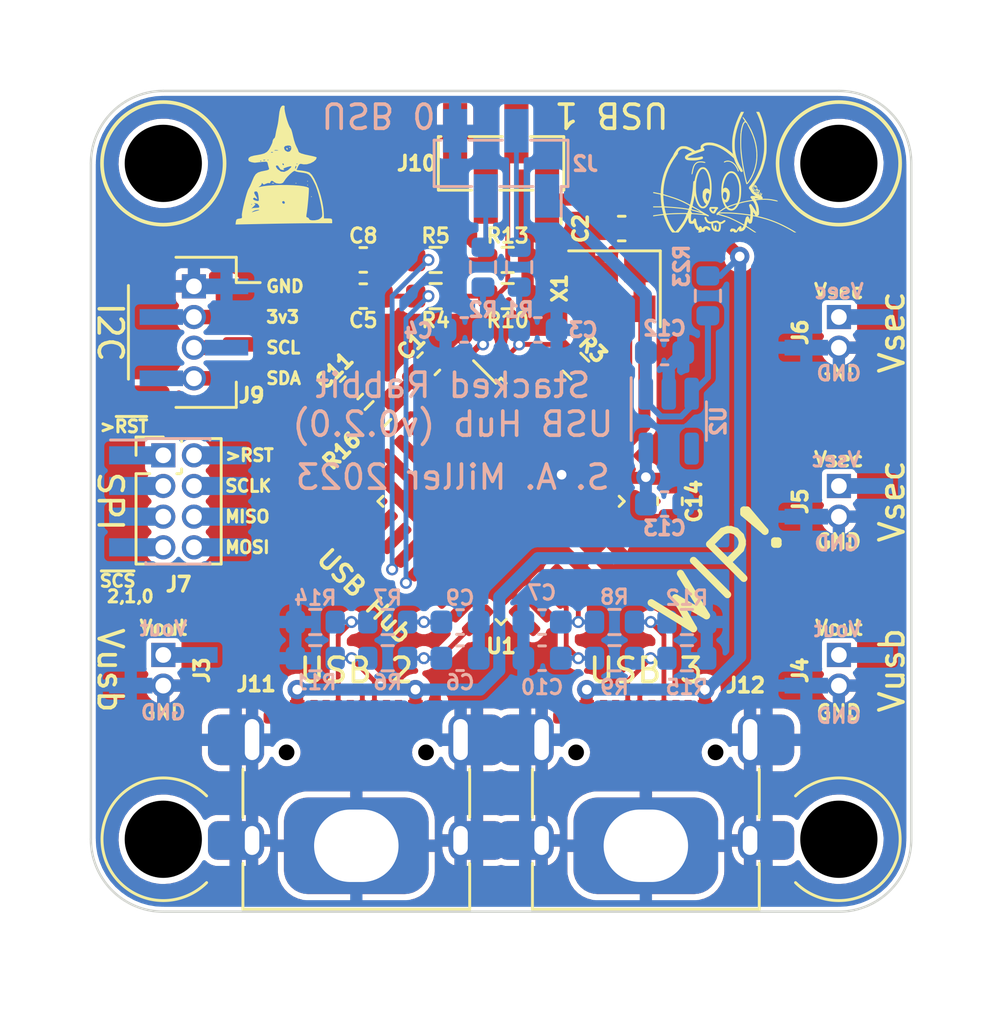
<source format=kicad_pcb>
(kicad_pcb (version 20211014) (generator pcbnew)
  (title_block (title "USB Hub") (rev "0.2.0") (company "The Nerd Mage"))
  (layers (0 "F.Cu" signal) (31 "B.Cu" signal) (34 "B.Paste" user) (35 "F.Paste" user) (36 "B.SilkS" user "B.Silkscreen") (37 "F.SilkS" user "F.Silkscreen") (38 "B.Mask" user) (39 "F.Mask" user) (44 "Edge.Cuts" user))
  (net 0 "")
  (net 1 "UD+")
  (net 2 "UD-")
  (net 3 "GND")
  (net 8 "SDA")
  (net 9 "SCL")
  (net 10 "RESET")
  (net 11 "~{RESET}")
  (net 12 "~{SCS}2")
  (net 13 "SCLK")
  (net 14 "~{SCS}1")
  (net 15 "MISO")
  (net 16 "Vcc?")
  (net 17 "~{SCS}0")
  (net 18 "MOSI")
  (net 21 "PWRON1")
  (net 22 "OVERCUR1")
  (net 27 "/XTAL1")
  (net 29 "Vbus")
  (net 30 "UD2+")
  (net 31 "UD2-")
  (net 32 "UD1+")
  (net 33 "UD1-")
  (net 34 "UD3+")
  (net 35 "UD3-")
  (net 36 "+3V3")
  (net 41 "Net-(R3-Pad2)")
  (net 42 "/USB1+")
  (net 43 "/USB1-")
  (net 44 "/USB0+")
  (net 45 "/USB0-")
  (net 46 "/USB2+")
  (net 47 "/USB2-")
  (net 48 "/USB3+")
  (net 49 "/USB3-")
  (net 50 "/~{reset}")
  (net 57 "Vusb")
  (footprint "Tinker:Mount" (layer "F.Cu") (at 114 114 45)
    (fp_text reference "REF**" hide)
    (fp_text value "Mount" hide)
  )
  (footprint "Capacitor_SMD:C_0603_1608Metric" (layer "F.Cu") (at 107 100 -90)
    (fp_text reference "C14")
    (fp_text value ".01uf")
  )
  (footprint "Capacitor_SMD:C_0603_1608Metric" (layer "F.Cu") (at 93.8 95.3 45)
    (fp_text reference "C11")
    (fp_text value ".1uf")
  )
  (footprint "Tinker:QWIIC_Stack_II" (layer "F.Cu") (at 87.27 93 -90)
    (fp_text reference "J9")
    (fp_text value "QWIIC_Stack_II")
  )
  (footprint "Capacitor_SMD:C_0603_1608Metric" (layer "F.Cu") (at 97 94.3 45)
    (fp_text reference "C1")
    (fp_text value ".1uf")
  )
  (footprint "Tinker:PinHeader_2x04_P1.27mm_Vertical" (layer "F.Cu") (at 86 98.095)
    (fp_text reference "J7")
    (fp_text value "Conn_01x08_Male" hide)
  )
  (footprint "Tinker:USB_C_Receptacle_HRO_TYPE-C-NARROW" (layer "F.Cu") (at 106 113)
    (fp_text reference "J12")
    (fp_text value "USB_C_Receptacle" hide)
  )
  (footprint "Resistor_SMD:R_0603_1608Metric" (layer "F.Cu") (at 97.287975 91.499999)
    (fp_text reference "R4")
    (fp_text value "30")
  )
  (footprint "Tinker:Mount" (layer "F.Cu") (at 86 114 135)
    (fp_text reference "REF**" hide)
    (fp_text value "Mount" hide)
  )
  (footprint "Capacitor_SMD:C_0603_1608Metric" (layer "F.Cu") (at 94.287975 89.999998 180)
    (fp_text reference "C8")
    (fp_text value "22pf")
  )
  (footprint "Tinker:DagNabbit" (layer "F.Cu") (at 109 87)
    (fp_text reference "REF**" hide)
    (fp_text value "DagNabbit" hide)
  )
  (footprint "Resistor_SMD:R_0603_1608Metric" (layer "F.Cu") (at 103.1 94.4 -45)
    (fp_text reference "R3")
    (fp_text value "1K5")
  )
  (footprint "Tinker:Board_Stacker_2" (layer "F.Cu") (at 114 106.365)
    (fp_text reference "J4")
    (fp_text value "Conn_01x02_Male")
  )
  (footprint "Tinker:Mount" (layer "F.Cu") (at 114 86)
    (fp_text reference "REF**" hide)
    (fp_text value "Mount" hide)
  )
  (footprint "Capacitor_SMD:C_0603_1608Metric" (layer "F.Cu") (at 105 88.7 180)
    (fp_text reference "C2")
    (fp_text value "0.1uf")
  )
  (footprint "Capacitor_SMD:C_0603_1608Metric" (layer "F.Cu") (at 94.287975 91.499999 180)
    (fp_text reference "C5")
    (fp_text value "22pf")
  )
  (footprint "Tinker:Board_Stacker_2" (layer "F.Cu") (at 86 106.365)
    (fp_text reference "J3")
    (fp_text value "Conn_01x02_Male")
  )
  (footprint "Resistor_SMD:R_0603_1608Metric" (layer "F.Cu") (at 100.272975 91.499999)
    (fp_text reference "R10")
    (fp_text value "1K5")
  )
  (footprint "Resistor_SMD:R_0603_1608Metric" (layer "F.Cu") (at 97.287975 90)
    (fp_text reference "R5")
    (fp_text value "30")
  )
  (footprint "Tinker:Board_Stacker_2" (layer "F.Cu") (at 114 92.365)
    (fp_text reference "J6")
    (fp_text value "Conn_01x02_Male")
  )
  (footprint "Tinker:PinHeader_1x04_P1.27mm_Vertical_SMD_Pin1Right" (layer "F.Cu") (at 100 86 -90)
    (fp_text reference "J10")
    (fp_text value "Conn_01x04_Male")
  )
  (footprint "Tinker:Board_Stacker_2" (layer "F.Cu") (at 114 99.365)
    (fp_text reference "J5")
    (fp_text value "Conn_01x02_Male")
  )
  (footprint "Tinker:Mount" (layer "F.Cu") (at 86 86)
    (fp_text reference "REF**" hide)
    (fp_text value "Mount" hide)
  )
  (footprint "Tinker:NerdMage" (layer "F.Cu") (at 91 86)
    (fp_text reference "G***" hide)
    (fp_text value "LOGO" hide)
  )
  (footprint "Resistor_SMD:R_0603_1608Metric" (layer "F.Cu") (at 94.9 96.4 -135)
    (fp_text reference "R16")
    (fp_text value "15")
  )
  (footprint "Oscillator:Oscillator_SMD_Abracon_ASE-4Pin_3.2x2.5mm" (layer "F.Cu") (at 104.7 91.2 180)
    (fp_text reference "X1")
    (fp_text value "ASE-xxxMHz")
  )
  (footprint "Tinker:USB_C_Receptacle_HRO_TYPE-C-NARROW" (layer "F.Cu") (at 94 113)
    (fp_text reference "J11")
    (fp_text value "USB_C_Receptacle" hide)
  )
  (footprint "Package_QFP:LQFP-32_7x7mm_P0.8mm" (layer "F.Cu") (at 100 100 -45)
    (fp_text reference "U1")
    (fp_text value "TUSB2036")
  )
  (footprint "Resistor_SMD:R_0603_1608Metric" (layer "F.Cu") (at 100.272975 90)
    (fp_text reference "R13")
    (fp_text value "1K5")
  )
  (footprint "Capacitor_SMD:C_0603_1608Metric" (layer "B.Cu") (at 98.3 105)
    (fp_text reference "C9")
    (fp_text value "22pf")
  )
  (footprint "Resistor_SMD:R_0603_1608Metric" (layer "B.Cu") (at 92.3 106.5 180)
    (fp_text reference "R11")
    (fp_text value "1K5")
  )
  (footprint "Resistor_SMD:R_0603_1608Metric" (layer "B.Cu") (at 108.572476 91.487606 90)
    (fp_text reference "R23")
    (fp_text value "0")
  )
  (footprint "Resistor_SMD:R_0603_1608Metric" (layer "B.Cu") (at 104.7 105)
    (fp_text reference "R8")
    (fp_text value "30")
  )
  (footprint "Capacitor_SMD:C_0603_1608Metric" (layer "B.Cu") (at 106.775 100.111782)
    (fp_text reference "C13")
    (fp_text value "1uF")
  )
  (footprint "Capacitor_SMD:C_0603_1608Metric" (layer "B.Cu") (at 98.475 92.9 180)
    (fp_text reference "C4")
    (fp_text value "22pf")
  )
  (footprint "Package_TO_SOT_SMD:SOT-23-5" (layer "B.Cu") (at 106.95 96.678461 -90)
    (fp_text reference "U2")
    (fp_text value "AP2112K-3.3")
  )
  (footprint "Capacitor_SMD:C_0603_1608Metric" (layer "B.Cu") (at 106.775 93.83599)
    (fp_text reference "C12")
    (fp_text value "1uF")
  )
  (footprint "Tinker:PinSocket_1x04_P1.27mm_Vertical_SMD_Pin1Left" (layer "B.Cu") (at 100 86 90)
    (fp_text reference "J2")
    (fp_text value "Conn_01x04_Male")
  )
  (footprint "Capacitor_SMD:C_0603_1608Metric" (layer "B.Cu") (at 101.7 106.5 180)
    (fp_text reference "C10")
    (fp_text value "22pf")
  )
  (footprint "Resistor_SMD:R_0603_1608Metric" (layer "B.Cu") (at 107.7 106.5)
    (fp_text reference "R15")
    (fp_text value "1K5")
  )
  (footprint "Capacitor_SMD:C_0603_1608Metric" (layer "B.Cu") (at 101.7 105 180)
    (fp_text reference "C7")
    (fp_text value "22pf")
  )
  (footprint "Capacitor_SMD:C_0603_1608Metric" (layer "B.Cu") (at 98.3 106.5)
    (fp_text reference "C6")
    (fp_text value "22pf")
  )
  (footprint "Resistor_SMD:R_0603_1608Metric" (layer "B.Cu") (at 100.75 90.3 -90)
    (fp_text reference "R1")
    (fp_text value "30")
  )
  (footprint "Resistor_SMD:R_0603_1608Metric" (layer "B.Cu") (at 92.3 105 180)
    (fp_text reference "R14")
    (fp_text value "1K5")
  )
  (footprint "Resistor_SMD:R_0603_1608Metric" (layer "B.Cu") (at 95.3 106.5 180)
    (fp_text reference "R6")
    (fp_text value "30")
  )
  (footprint "Resistor_SMD:R_0603_1608Metric" (layer "B.Cu") (at 104.7 106.5)
    (fp_text reference "R9")
    (fp_text value "30")
  )
  (footprint "Resistor_SMD:R_0603_1608Metric" (layer "B.Cu") (at 95.3 105 180)
    (fp_text reference "R7")
    (fp_text value "30")
  )
  (footprint "Capacitor_SMD:C_0603_1608Metric" (layer "B.Cu") (at 101.525 92.9)
    (fp_text reference "C3")
    (fp_text value "22pf")
  )
  (footprint "Resistor_SMD:R_0603_1608Metric" (layer "B.Cu") (at 107.7 105)
    (fp_text reference "R12")
    (fp_text value "1K5")
  )
  (footprint "Resistor_SMD:R_0603_1608Metric" (layer "B.Cu") (at 99.25 90.3 -90)
    (fp_text reference "R2")
    (fp_text value "30")
  )
  (gr_line (start 117 86) (end 117 114) (layer "Edge.Cuts") (width 0.1))
  (gr_arc (start 86 117) (mid 83.87868 116.12132) (end 83 114) (layer "Edge.Cuts") (width 0.1))
  (gr_arc (start 83 86) (mid 83.87868 83.87868) (end 86 83) (layer "Edge.Cuts") (width 0.1))
  (gr_line (start 86 83) (end 114 83) (layer "Edge.Cuts") (width 0.1))
  (gr_line (start 83 114) (end 83 86) (layer "Edge.Cuts") (width 0.1))
  (gr_arc (start 114 83) (mid 116.12132 83.87868) (end 117 86) (layer "Edge.Cuts") (width 0.1))
  (gr_line (start 86 117) (end 114 117) (layer "Edge.Cuts") (width 0.1))
  (gr_arc (start 117 114) (mid 116.12132 116.12132) (end 114 117) (layer "Edge.Cuts") (width 0.1))
  (gr_text "Stacked Rabbit\n${TITLE} (v${REVISION})" (at 98 96) (layer "B.SilkS") (effects (font (size 1 1)) (justify mirror)))
  (gr_text "GND" (at 113.911636 101.744492) (layer "B.SilkS") (effects (font (size 0.6 0.6) (thickness 0.125)) (justify mirror)))
  (gr_text "GND" (at 85.995908 108.747728) (layer "B.SilkS") (effects (font (size 0.6 0.6) (thickness 0.125)) (justify mirror)))
  (gr_text "Vout" (at 113.950572 105.303488) (layer "B.SilkS") (effects (font (size 0.6 0.6) (thickness 0.125)) (justify mirror)))
  (gr_text "GND" (at 114 94.7) (layer "B.SilkS") (effects (font (size 0.6 0.6) (thickness 0.125)) (justify mirror)))
  (gr_text "USB 0" (at 94.92 84 180) (layer "B.SilkS") (effects (font (size 1 1)) (justify mirror)))
  (gr_text "Vsec" (at 113.872799 98.268635) (layer "B.SilkS") (effects (font (size 0.6 0.6) (thickness 0.125)) (justify mirror)))
  (gr_text "Vsec" (at 114 91.3) (layer "B.SilkS") (effects (font (size 0.6 0.6) (thickness 0.125)) (justify mirror)))
  (gr_text "GND" (at 113.997176 108.89197) (layer "B.SilkS") (effects (font (size 0.6 0.6) (thickness 0.125)) (justify mirror)))
  (gr_text "S. A. Miller 2023" (at 98 99) (layer "B.SilkS") (effects (font (size 1 1)) (justify mirror)))
  (gr_text "Vout" (at 86.009393 105.268635) (layer "B.SilkS") (effects (font (size 0.6 0.6) (thickness 0.125)) (justify mirror)))
  (gr_text "SDA" (at 90.2 94.905) (layer "F.SilkS") (effects (font (size 0.5 0.5) (thickness 0.125)) (justify left)))
  (gr_text "Vsec" (at 116.2 100 90) (layer "F.SilkS") (effects (font (size 1 1))))
  (gr_text "2,1,0" (at 83.6 103.94) (layer "F.SilkS") (effects (font (size 0.5 0.5) (thickness 0.125)) (justify left)))
  (gr_text "3v3" (at 90.2 92.365) (layer "F.SilkS") (effects (font (size 0.5 0.5) (thickness 0.125)) (justify left)))
  (gr_text "WIP!" (at 108.980173 102.985685 45) (layer "F.SilkS") (effects (font (size 2 2) (thickness 0.3))))
  (gr_text "USB 2" (at 94 107) (layer "F.SilkS") (effects (font (size 1 1))))
  (gr_text "Vout" (at 114 105.245) (layer "F.SilkS") (effects (font (size 0.6 0.6) (thickness 0.125))))
  (gr_text "~{SCS}" (at 83.3 103.3) (layer "F.SilkS") (effects (font (size 0.5 0.5) (thickness 0.125)) (justify left)))
  (gr_text "GND" (at 114 94.7) (layer "F.SilkS") (effects (font (size 0.6 0.6) (thickness 0.125))))
  (gr_text "GND" (at 90.2 91.095) (layer "F.SilkS") (effects (font (size 0.5 0.5) (thickness 0.125)) (justify left)))
  (gr_text ">~{RST}" (at 83.3 96.9) (layer "F.SilkS") (effects (font (size 0.5 0.5) (thickness 0.125)) (justify left)))
  (gr_text "GND" (at 114 101.665) (layer "F.SilkS") (effects (font (size 0.6 0.6) (thickness 0.125))))
  (gr_text "Vsec" (at 116.2 93 90) (layer "F.SilkS") (effects (font (size 1 1))))
  (gr_text "USB 1" (at 104.579045 84 180) (layer "F.SilkS") (effects (font (size 1 1))))
  (gr_text "SCLK" (at 88.5 99.365) (layer "F.SilkS") (effects (font (size 0.5 0.5) (thickness 0.125)) (justify left)))
  (gr_text ">RST" (at 88.5 98.095) (layer "F.SilkS") (effects (font (size 0.5 0.5) (thickness 0.125)) (justify left)))
  (gr_text "SPI" (at 83.8 100 -90) (layer "F.SilkS") (effects (font (size 1 1))))
  (gr_text "Vusb" (at 116.2 107 90) (layer "F.SilkS") (effects (font (size 1 1))))
  (gr_text "SCL" (at 90.2 93.635) (layer "F.SilkS") (effects (font (size 0.5 0.5) (thickness 0.125)) (justify left)))
  (gr_text "GND" (at 114 108.745) (layer "F.SilkS") (effects (font (size 0.6 0.6) (thickness 0.125))))
  (gr_text "I2C" (at 83.8 93 -90) (layer "F.SilkS") (effects (font (size 1 1))))
  (gr_text "MISO" (at 88.5 100.635) (layer "F.SilkS") (effects (font (size 0.5 0.5) (thickness 0.125)) (justify left)))
  (gr_text "USB 3" (at 106 107) (layer "F.SilkS") (effects (font (size 1 1))))
  (gr_text "MOSI" (at 88.5 101.905) (layer "F.SilkS") (effects (font (size 0.5 0.5) (thickness 0.125)) (justify left)))
  (gr_text "GND" (at 86 108.745) (layer "F.SilkS") (effects (font (size 0.6 0.6) (thickness 0.125))))
  (gr_text "${TITLE}" (at 94.348874 103.930236 315) (layer "F.SilkS") (effects (font (size 0.75 0.75))))
  (gr_text "Vusb" (at 83.8 107 -90) (layer "F.SilkS") (effects (font (size 1 1))))
  (gr_text "Vsec" (at 114 98.265) (layer "F.SilkS") (effects (font (size 0.6 0.6) (thickness 0.125))))
  (gr_text "Vout" (at 86 105.245) (layer "F.SilkS") (effects (font (size 0.6 0.6) (thickness 0.125))))
  (gr_text "Vsec" (at 114 91.3) (layer "F.SilkS") (effects (font (size 0.6 0.6) (thickness 0.125))))
  (segment (start 100.635 84.65) (end 100.635 89.36) (width 0.2) (layer "B.Cu") (net 1))
  (segment (start 100.635 89.36) (end 100.75 89.475) (width 0.2) (layer "B.Cu") (net 1))
  (segment (start 99.365 89.36) (end 99.25 89.475) (width 0.2) (layer "B.Cu") (net 2))
  (segment (start 99.365 87.35) (end 99.365 89.36) (width 0.2) (layer "B.Cu") (net 2))
  (via (at 102.509001 98.898143) (size 0.8) (drill 0.4) (layers "F.Cu" "B.Cu") (net 3))
  (segment (start 106.95 95.540961) (end 106.95 94.43599) (width 0.5) (layer "B.Cu") (net 3))
  (segment (start 106.95 94.43599) (end 107.55 93.83599) (width 0.5) (layer "B.Cu") (net 3))
  (segment (start 102.684667 95.601598) (end 102.693007 95.609938) (width 0.25) (layer "F.Cu") (net 27))
  (segment (start 102.684667 94.764206) (end 102.684667 95.601598) (width 0.25) (layer "F.Cu") (net 27))
  (segment (start 103.55 92.025) (end 103.55 93.898873) (width 0.25) (layer "F.Cu") (net 27))
  (segment (start 103.55 93.898873) (end 102.684667 94.764206) (width 0.25) (layer "F.Cu") (net 27))
  (segment (start 102.103643 96.199301) (end 102.693007 95.609938) (width 0.25) (layer "F.Cu") (net 27))
  (segment (start 108.45 108.955) (end 108.45 107.8) (width 0.5) (layer "F.Cu") (net 29))
  (segment (start 109.890138 89.856696) (end 107.533442 87.5) (width 0.5) (layer "F.Cu") (net 29))
  (segment (start 96.45 108.955) (end 96.45 107.8) (width 0.5) (layer "F.Cu") (net 29))
  (segment (start 91.55 108.955) (end 91.55 107.8) (width 0.5) (layer "F.Cu") (net 29))
  (segment (start 107.533442 87.5) (end 101.905 87.5) (width 0.5) (layer "F.Cu") (net 29))
  (segment (start 103.55 108.955) (end 103.55 107.8) (width 0.5) (layer "F.Cu") (net 29))
  (via (at 103.55 107.8) (size 0.8) (drill 0.4) (layers "F.Cu" "B.Cu") (net 29))
  (via (at 91.55 107.8) (size 0.8) (drill 0.4) (layers "F.Cu" "B.Cu") (net 29))
  (via (at 109.890138 89.856696) (size 0.8) (drill 0.4) (layers "F.Cu" "B.Cu") (net 29))
  (via (at 108.45 107.8) (size 0.8) (drill 0.4) (layers "F.Cu" "B.Cu") (net 29))
  (via (at 96.45 107.8) (size 0.8) (drill 0.4) (layers "F.Cu" "B.Cu") (net 29))
  (segment (start 99.925 107.008883) (end 99.133883 107.8) (width 0.5) (layer "B.Cu") (net 29))
  (segment (start 109.909612 100.158571) (end 109.909612 102.357109) (width 0.5) (layer "B.Cu") (net 29))
  (segment (start 109.909612 102.357109) (end 109.909612 106.438916) (width 0.5) (layer "B.Cu") (net 29))
  (segment (start 109.084228 90.662606) (end 109.890138 89.856696) (width 0.25) (layer "B.Cu") (net 29))
  (segment (start 109.909612 89.87617) (end 109.890138 89.856696) (width 0.5) (layer "B.Cu") (net 29))
  (segment (start 108.572476 90.662606) (end 109.084228 90.662606) (width 0.25) (layer "B.Cu") (net 29))
  (segment (start 108.548528 107.8) (end 108.45 107.8) (width 0.5) (layer "B.Cu") (net 29))
  (segment (start 109.909612 100.158571) (end 109.909612 89.87617) (width 0.5) (layer "B.Cu") (net 29))
  (segment (start 96.45 107.8) (end 91.55 107.8) (width 0.5) (layer "B.Cu") (net 29))
  (segment (start 103.55 107.8) (end 108.45 107.8) (width 0.5) (layer "B.Cu") (net 29))
  (segment (start 99.133883 107.8) (end 96.45 107.8) (width 0.5) (layer "B.Cu") (net 29))
  (segment (start 101.529838 102.357109) (end 99.925 103.961947) (width 0.5) (layer "B.Cu") (net 29))
  (segment (start 109.909612 106.438916) (end 108.548528 107.8) (width 0.5) (layer "B.Cu") (net 29))
  (segment (start 109.909612 102.357109) (end 101.529838 102.357109) (width 0.5) (layer "B.Cu") (net 29))
  (segment (start 99.925 103.961947) (end 99.925 107.008883) (width 0.5) (layer "B.Cu") (net 29))
  (segment (start 94.581806 110.007341) (end 94.75 109.839147) (width 0.2) (layer "F.Cu") (net 30))
  (segment (start 94.75 108.955) (end 94.75 107.45) (width 0.2) (layer "F.Cu") (net 30))
  (segment (start 93.75 109.851996) (end 93.905345 110.007341) (width 0.2) (layer "F.Cu") (net 30))
  (segment (start 94.75 107.45) (end 93.8 106.5) (width 0.2) (layer "F.Cu") (net 30))
  (segment (start 93.905345 110.007341) (end 94.581806 110.007341) (width 0.2) (layer "F.Cu") (net 30))
  (segment (start 93.75 108.955) (end 93.75 109.851996) (width 0.2) (layer "F.Cu") (net 30))
  (segment (start 94.75 109.839147) (end 94.75 108.955) (width 0.2) (layer "F.Cu") (net 30))
  (via (at 93.8 106.5) (size 0.5) (drill 0.3) (layers "F.Cu" "B.Cu") (net 30))
  (segment (start 93.125 106.5) (end 94.475 106.5) (width 0.2) (layer "B.Cu") (net 30))
  (segment (start 94.25 108.955) (end 94.25 108.03) (width 0.2) (layer "F.Cu") (net 31))
  (segment (start 94.25 108.38) (end 94.275 108.355) (width 0.2) (layer "F.Cu") (net 31))
  (segment (start 94.078953 107.858953) (end 93.25 107.858953) (width 0.2) (layer "F.Cu") (net 31))
  (segment (start 94.25 108.955) (end 94.25 108.38) (width 0.2) (layer "F.Cu") (net 31))
  (segment (start 93.25 108.955) (end 93.25 107.858953) (width 0.2) (layer "F.Cu") (net 31))
  (segment (start 93.25 107.858953) (end 93.25 105.55) (width 0.2) (layer "F.Cu") (net 31))
  (segment (start 93.25 105.55) (end 93.8 105) (width 0.2) (layer "F.Cu") (net 31))
  (segment (start 94.25 108.03) (end 94.078953 107.858953) (width 0.2) (layer "F.Cu") (net 31))
  (via (at 93.8 105) (size 0.5) (drill 0.3) (layers "F.Cu" "B.Cu") (net 31))
  (segment (start 93.125 105) (end 94.475 105) (width 0.2) (layer "B.Cu") (net 31))
  (segment (start 99.447975 91.499999) (end 98.112975 91.499999) (width 0.2) (layer "F.Cu") (net 32))
  (segment (start 99.447975 91.499999) (end 99.802499 91.499999) (width 0.2) (layer "F.Cu") (net 32))
  (segment (start 99.802499 91.499999) (end 100.275943 91.026555) (width 0.2) (layer "F.Cu") (net 32))
  (segment (start 100.275943 91.026555) (end 100.275943 85.109057) (width 0.2) (layer "F.Cu") (net 32))
  (segment (start 100.275943 85.109057) (end 100.635 84.75) (width 0.2) (layer "F.Cu") (net 32))
  (segment (start 99.365 87.25) (end 99.365 89.917025) (width 0.2) (layer "F.Cu") (net 33))
  (segment (start 99.447975 89.999998) (end 98.112975 90) (width 0.2) (layer "F.Cu") (net 33))
  (segment (start 99.365 89.917025) (end 99.447975 90) (width 0.2) (layer "F.Cu") (net 33))
  (segment (start 106.75 105.55) (end 106.75 107.849363) (width 0.2) (layer "F.Cu") (net 34))
  (segment (start 106.2 105) (end 106.75 105.55) (width 0.2) (layer "F.Cu") (net 34))
  (segment (start 105.930637 107.849363) (end 106.75 107.849363) (width 0.2) (layer "F.Cu") (net 34))
  (segment (start 105.75 108.955) (end 105.75 108.03) (width 0.2) (layer "F.Cu") (net 34))
  (segment (start 105.75 108.03) (end 105.930637 107.849363) (width 0.2) (layer "F.Cu") (net 34))
  (segment (start 106.75 107.849363) (end 106.75 108.955) (width 0.2) (layer "F.Cu") (net 34))
  (via (at 106.2 105) (size 0.5) (drill 0.3) (layers "F.Cu" "B.Cu") (net 34))
  (segment (start 106.875 105) (end 105.525 105) (width 0.2) (layer "B.Cu") (net 34))
  (segment (start 105.447285 110.03037) (end 106.070074 110.03037) (width 0.2) (layer "F.Cu") (net 35))
  (segment (start 106.25 109.850444) (end 106.25 108.955) (width 0.2) (layer "F.Cu") (net 35))
  (segment (start 105.25 109.833085) (end 105.447285 110.03037) (width 0.2) (layer "F.Cu") (net 35))
  (segment (start 106.070074 110.03037) (end 106.25 109.850444) (width 0.2) (layer "F.Cu") (net 35))
  (segment (start 105.25 108.955) (end 105.25 109.833085) (width 0.2) (layer "F.Cu") (net 35))
  (segment (start 105.25 107.45) (end 106.2 106.5) (width 0.2) (layer "F.Cu") (net 35))
  (segment (start 105.25 108.955) (end 105.25 107.45) (width 0.2) (layer "F.Cu") (net 35))
  (via (at 106.2 106.5) (size 0.5) (drill 0.3) (layers "F.Cu" "B.Cu") (net 35))
  (segment (start 106.875 106.5) (end 105.525 106.5) (width 0.2) (layer "B.Cu") (net 35))
  (segment (start 96.451992 94.848008) (end 95.483363 95.816637) (width 0.5) (layer "F.Cu") (net 36))
  (segment (start 104.366384 98.462043) (end 103.221988 99.606439) (width 0.5) (layer "F.Cu") (net 36))
  (segment (start 105.939752 96.888675) (end 105.939752 92.263172) (width 0.5) (layer "F.Cu") (net 36))
  (segment (start 105.950535 99.066496) (end 106.841496 99.066496) (width 0.5) (layer "F.Cu") (net 36))
  (segment (start 101.537957 95.633616) (end 100.073174 97.098399) (width 0.5) (layer "F.Cu") (net 36))
  (segment (start 105.911767 99.027728) (end 104.93207 99.027728) (width 0.5) (layer "F.Cu") (net 36))
  (segment (start 97.896357 96.199301) (end 96.651992 94.954936) (width 0.5) (layer "F.Cu") (net 36))
  (segment (start 105.739752 92.063172) (end 105.739752 90.413172) (width 0.5) (layer "F.Cu") (net 36))
  (segment (start 105.950535 99.066496) (end 105.911767 99.027728) (width 0.5) (layer "F.Cu") (net 36))
  (segment (start 102.988069 99.868492) (end 101.565548 99.868492) (width 0.5) (layer "F.Cu") (net 36))
  (segment (start 100.181318 96.990255) (end 101.537957 95.633616) (width 0.5) (layer "F.Cu") (net 36))
  (segment (start 104.366384 98.462043) (end 104.93207 99.027728) (width 0.5) (layer "F.Cu") (net 36))
  (segment (start 101.565548 99.868492) (end 100.073174 98.376118) (width 0.5) (layer "F.Cu") (net 36))
  (segment (start 104.366384 98.462043) (end 105.939752 96.888675) (width 0.5) (layer "F.Cu") (net 36))
  (segment (start 106.841496 99.066496) (end 107 99.225) (width 0.5) (layer "F.Cu") (net 36))
  (segment (start 103.221988 99.606439) (end 103.221988 99.634573) (width 0.5) (layer "F.Cu") (net 36))
  (segment (start 103.221988 99.634573) (end 102.988069 99.868492) (width 0.5) (layer "F.Cu") (net 36))
  (segment (start 100.073174 97.098399) (end 100.073174 98.376118) (width 0.5) (layer "F.Cu") (net 36))
  (segment (start 97.896357 96.199301) (end 100.073174 98.376118) (width 0.5) (layer "F.Cu") (net 36))
  (segment (start 105.739752 90.413172) (end 105.739752 89.013172) (width 0.5) (layer "F.Cu") (net 36))
  (via (at 106 99) (size 0.8) (drill 0.4) (layers "F.Cu" "B.Cu") (net 36))
  (segment (start 106 99) (end 106 97.815961) (width 0.5) (layer "B.Cu") (net 36))
  (segment (start 106 99) (end 106 100.111782) (width 0.5) (layer "B.Cu") (net 36))
  (segment (start 104.726805 96.026805) (end 103.683363 94.983363) (width 0.25) (layer "F.Cu") (net 41))
  (segment (start 104.726805 96.970251) (end 104.726805 96.026805) (width 0.25) (layer "F.Cu") (net 41))
  (segment (start 103.800699 97.896357) (end 104.726805 96.970251) (width 0.25) (layer "F.Cu") (net 41))
  (segment (start 96.987975 91.499999) (end 95.062974 91.499999) (width 0.2) (layer "F.Cu") (net 42))
  (segment (start 96.058786 103.375528) (end 96.764986 102.669328) (width 0.2) (layer "F.Cu") (net 42))
  (via (at 96.987975 91.499999) (size 0.5) (drill 0.3) (layers "F.Cu" "B.Cu") (net 42))
  (via (at 96.058786 103.375528) (size 0.5) (drill 0.3) (layers "F.Cu" "B.Cu") (net 42))
  (segment (start 96.058786 92.429188) (end 96.058786 103.375528) (width 0.2) (layer "B.Cu") (net 42))
  (segment (start 96.987975 91.499999) (end 96.058786 92.429188) (width 0.2) (layer "B.Cu") (net 42))
  (segment (start 96.987975 90) (end 95.062974 89.999998) (width 0.2) (layer "F.Cu") (net 43))
  (segment (start 95.484332 102.818612) (end 96.199301 102.103643) (width 0.2) (layer "F.Cu") (net 43))
  (via (at 95.484332 102.818612) (size 0.5) (drill 0.3) (layers "F.Cu" "B.Cu") (net 43))
  (via (at 96.987975 90) (size 0.5) (drill 0.3) (layers "F.Cu" "B.Cu") (net 43))
  (segment (start 95.484332 91.503643) (end 95.484332 102.818612) (width 0.2) (layer "B.Cu") (net 43))
  (segment (start 96.987975 90) (end 95.484332 91.503643) (width 0.2) (layer "B.Cu") (net 43))
  (segment (start 99.18207 95.06793) (end 99.027728 95.06793) (width 0.2) (layer "F.Cu") (net 44))
  (segment (start 100.75 93.5) (end 102.2 93.5) (width 0.2) (layer "F.Cu") (net 44))
  (segment (start 100.75 93.5) (end 99.18207 95.06793) (width 0.2) (layer "F.Cu") (net 44))
  (via (at 100.75 93.5) (size 0.5) (drill 0.3) (layers "F.Cu" "B.Cu") (net 44))
  (segment (start 100.75 92) (end 100.75 91.125) (width 0.25) (layer "B.Cu") (net 44))
  (segment (start 100.75 92) (end 100.75 92.9) (width 0.25) (layer "B.Cu") (net 44))
  (segment (start 98.462043 95.633616) (end 98.097398 95.268971) (width 0.25) (layer "F.Cu") (net 45))
  (segment (start 97.96318 95.134753) (end 98.462043 95.633616) (width 0.25) (layer "F.Cu") (net 45))
  (segment (start 98.097398 94.547028) (end 99.144426 93.5) (width 0.25) (layer "F.Cu") (net 45))
  (segment (start 99.144426 93.5) (end 99.25 93.5) (width 0.25) (layer "F.Cu") (net 45))
  (segment (start 98.097398 94.548691) (end 98.097398 95.268971) (width 0.25) (layer "F.Cu") (net 45))
  (segment (start 98.097398 95.268971) (end 98.097398 94.547028) (width 0.25) (layer "F.Cu") (net 45))
  (segment (start 99.146089 93.5) (end 98.097398 94.548691) (width 0.25) (layer "F.Cu") (net 45))
  (segment (start 99.25 93.5) (end 99.146089 93.5) (width 0.25) (layer "F.Cu") (net 45))
  (via (at 99.25 93.5) (size 0.5) (drill 0.3) (layers "F.Cu" "B.Cu") (net 45))
  (segment (start 99.25 92) (end 99.25 92.9) (width 0.25) (layer "B.Cu") (net 45))
  (segment (start 99.25 92) (end 99.25 91.125) (width 0.25) (layer "B.Cu") (net 45))
  (segment (start 99.018439 104.93207) (end 97.450509 106.5) (width 0.2) (layer "F.Cu") (net 46))
  (segment (start 97.450509 106.5) (end 96.8 106.5) (width 0.2) (layer "F.Cu") (net 46))
  (segment (start 99.027728 104.93207) (end 99.018439 104.93207) (width 0.2) (layer "F.Cu") (net 46))
  (via (at 96.8 106.5) (size 0.5) (drill 0.3) (layers "F.Cu" "B.Cu") (net 46))
  (segment (start 96.125 106.5) (end 97.525 106.5) (width 0.2) (layer "B.Cu") (net 46))
  (segment (start 96.8 105) (end 97.828427 105) (width 0.2) (layer "F.Cu") (net 47))
  (segment (start 97.828427 105) (end 98.462043 104.366384) (width 0.2) (layer "F.Cu") (net 47))
  (via (at 96.8 105) (size 0.5) (drill 0.3) (layers "F.Cu" "B.Cu") (net 47))
  (segment (start 96.125 105) (end 97.525 105) (width 0.2) (layer "B.Cu") (net 47))
  (segment (start 103.2 103.765686) (end 103.2 105) (width 0.2) (layer "F.Cu") (net 48))
  (segment (start 102.669328 103.235014) (end 103.2 103.765686) (width 0.2) (layer "F.Cu") (net 48))
  (via (at 103.2 105) (size 0.5) (drill 0.3) (layers "F.Cu" "B.Cu") (net 48))
  (segment (start 102.475 105) (end 103.875 105) (width 0.2) (layer "B.Cu") (net 48))
  (segment (start 102.7 106) (end 103.2 106.5) (width 0.2) (layer "F.Cu") (net 49))
  (segment (start 102.103643 103.800699) (end 102.7 104.397056) (width 0.2) (layer "F.Cu") (net 49))
  (segment (start 102.7 104.397056) (end 102.7 106) (width 0.2) (layer "F.Cu") (net 49))
  (via (at 103.2 106.5) (size 0.5) (drill 0.3) (layers "F.Cu" "B.Cu") (net 49))
  (segment (start 102.475 106.5) (end 103.875 106.5) (width 0.2) (layer "B.Cu") (net 49))
  (segment (start 96.245747 96.400342) (end 95.452968 97.193121) (width 0.25) (layer "F.Cu") (net 50))
  (segment (start 93.251992 95.848008) (end 93.251992 95.918718) (width 0.25) (layer "F.Cu") (net 50))
  (segment (start 96.966028 96.400342) (end 96.245747 96.400342) (width 0.25) (layer "F.Cu") (net 50))
  (segment (start 93.251992 95.918718) (end 94.316637 96.983363) (width 0.25) (layer "F.Cu") (net 50))
  (segment (start 94.316637 96.983363) (end 94.526395 97.193121) (width 0.25) (layer "F.Cu") (net 50))
  (segment (start 97.330672 96.764986) (end 96.966028 96.400342) (width 0.25) (layer "F.Cu") (net 50))
  (segment (start 94.526395 97.193121) (end 95.452968 97.193121) (width 0.25) (layer "F.Cu") (net 50))
  (segment (start 108.572476 94.868485) (end 107.9 95.540961) (width 0.25) (layer "B.Cu") (net 57))
  (segment (start 106.632331 96.486833) (end 107.459372 96.486833) (width 0.25) (layer "B.Cu") (net 57))
  (segment (start 108.572476 92.312606) (end 108.572476 94.868485) (width 0.25) (layer "B.Cu") (net 57))
  (segment (start 106 93.83599) (end 106 95.540961) (width 0.5) (layer "B.Cu") (net 57))
  (segment (start 107.459372 96.486833) (end 107.9 96.046205) (width 0.25) (layer "B.Cu") (net 57))
  (segment (start 101.905 87.35) (end 106 91.445) (width 0.5) (layer "B.Cu") (net 57))
  (segment (start 107.9 96.046205) (end 107.9 95.540961) (width 0.25) (layer "B.Cu") (net 57))
  (segment (start 106 95.854502) (end 106.632331 96.486833) (width 0.25) (layer "B.Cu") (net 57))
  (segment (start 106 91.445) (end 106 93.83599) (width 0.5) (layer "B.Cu") (net 57))
  (segment (start 106 95.540961) (end 106 95.854502) (width 0.25) (layer "B.Cu") (net 57))
  (zone (net 3) (net_name "GND") (layer "F.Cu") (connect_pads (clearance 0.254)) (min_thickness 0.254) (fill yes (thermal_gap 0.254) (thermal_bridge_width 0.508))
    (polygon (pts (xy 118.582229 117.809465) (xy 81.651499 117.809467) (xy 81.651498 82.584881) (xy 118.582228 82.584879)))
  )
  (zone (net 3) (net_name "GND") (layer "B.Cu") (connect_pads (clearance 0.2)) (min_thickness 0.2) (fill yes (thermal_gap 0.254) (thermal_bridge_width 0.508))
    (polygon (pts (xy 119.380001 118.507005) (xy 80.682697 118.507005) (xy 80.682697 82.09421) (xy 119.380001 82.09421)))
  )
)
</source>
